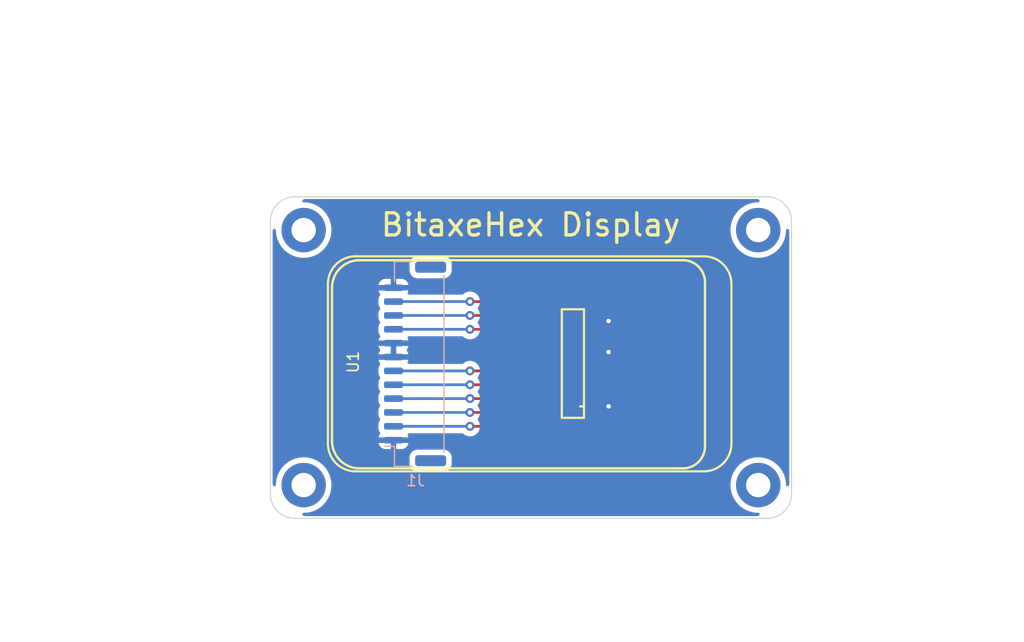
<source format=kicad_pcb>
(kicad_pcb (version 20221018) (generator pcbnew)
  (layers (0 "F.Cu" signal) (31 "B.Cu" signal) (34 "B.Paste" user) (35 "F.Paste" user) (36 "B.SilkS" user "B.Silkscreen") (37 "F.SilkS" user "F.Silkscreen") (38 "B.Mask" user) (39 "F.Mask" user) (44 "Edge.Cuts" user))
  (net 0 "")
  (net 1 "/GND")
  (net 2 "/TFT_RES")
  (net 3 "/TFT_SDA")
  (net 4 "/TFT_SCL")
  (net 5 "/TFT_CS")
  (net 6 "/TFT_DC")
  (net 7 "/3V3")
  (net 8 "/LEDA")
  (net 9 "/LEDK")
  (footprint "hex-display:4mm_mounting" (layer "F.Cu") (at 164.1 101.2)
    (fp_text reference "H4" hide)
    (fp_text value "MountingHole")
    (pad "" thru_hole circle (at -0.1 -0.2) (size 4 4) (drill 2.2) (layers "*.Cu" "*.Mask"))
  )
  (footprint "hex-display:4mm_mounting" (layer "F.Cu") (at 163.6 78.2)
    (fp_text reference "H2" hide)
    (fp_text value "MountingHole")
    (pad "" thru_hole circle (at 0.4 -0.2) (size 4 4) (drill 2.2) (layers "*.Cu" "*.Mask"))
  )
  (footprint "hex-display:ST7789-176x320" (layer "F.Cu") (at 172.954 65.7238 90)
    (fp_text reference "U1" (at -24.1808 -45.4914 90) (layer "F.SilkS"))
    (fp_text value "176x320_st7789")
    (fp_line (start -34.037171 -45.266898) (end -34.037171 -13.872368) (stroke (width 0.2)) (layer "F.SilkS"))
    (fp_line (start -33.777396 -44.903545) (end -33.767396 -44.903545) (stroke (width 0.2)) (layer "F.SilkS"))
    (fp_line (start -33.777396 -15.753545) (end -33.777396 -44.903545) (stroke (width 0.2)) (layer "F.SilkS"))
    (fp_line (start -33.767396 -44.903545) (end -33.767396 -15.753545) (stroke (width 0.2)) (layer "F.SilkS"))
    (fp_line (start -33.767396 -15.753545) (end -33.777396 -15.753545) (stroke (width 0.2)) (layer "F.SilkS"))
    (fp_line (start -31.777396 -13.763545) (end -31.777396 -13.753545) (stroke (width 0.2)) (layer "F.SilkS"))
    (fp_line (start -31.777396 -13.763545) (end -16.987396 -13.763545) (stroke (width 0.2)) (layer "F.SilkS"))
    (fp_line (start -31.537171 -11.372368) (end -17.142587 -11.372368) (stroke (width 0.2)) (layer "F.SilkS"))
    (fp_line (start -31.277396 -47.403545) (end -31.277396 -47.393545) (stroke (width 0.2)) (layer "F.SilkS"))
    (fp_line (start -31.277396 -47.403545) (end -17.487396 -47.403545) (stroke (width 0.2)) (layer "F.SilkS"))
    (fp_line (start -29.21 -26.67) (end -29.21 -24.670249) (stroke (width 0.2)) (layer "F.SilkS"))
    (fp_line (start -29.21 -26.67) (end -19.420894 -26.67) (stroke (width 0.2)) (layer "F.SilkS"))
    (fp_line (start -29.21 -24.670249) (end -19.420894 -24.670249) (stroke (width 0.2)) (layer "F.SilkS"))
    (fp_line (start -28.177164 -24.670249) (end -28.177164 -25.018381) (stroke (width 0.2)) (layer "F.SilkS"))
    (fp_line (start -19.420894 -26.67) (end -19.420894 -24.670249) (stroke (width 0.2)) (layer "F.SilkS"))
    (fp_line (start -17.487396 -47.403545) (end -17.487396 -47.393545) (stroke (width 0.2)) (layer "F.SilkS"))
    (fp_line (start -17.487396 -47.393545) (end -31.277396 -47.393545) (stroke (width 0.2)) (layer "F.SilkS"))
    (fp_line (start -17.142587 -47.766898) (end -31.537171 -47.766898) (stroke (width 0.2)) (layer "F.SilkS"))
    (fp_line (start -16.987396 -13.763545) (end -16.987396 -13.753545) (stroke (width 0.2)) (layer "F.SilkS"))
    (fp_line (start -16.987396 -13.753545) (end -31.777396 -13.753545) (stroke (width 0.2)) (layer "F.SilkS"))
    (fp_line (start -14.997396 -15.753545) (end -14.997396 -44.903545) (stroke (width 0.2)) (layer "F.SilkS"))
    (fp_line (start -14.997396 -15.753545) (end -14.987396 -15.753545) (stroke (width 0.2)) (layer "F.SilkS"))
    (fp_line (start -14.987396 -44.903545) (end -14.997396 -44.903545) (stroke (width 0.2)) (layer "F.SilkS"))
    (fp_line (start -14.987396 -44.903545) (end -14.987396 -15.753545) (stroke (width 0.2)) (layer "F.SilkS"))
    (fp_line (start -14.642587 -13.872368) (end -14.642587 -45.266898) (stroke (width 0.2)) (layer "F.SilkS"))
    (fp_arc (start -34.037171 -45.266898) (mid -33.304938 -47.034665) (end -31.537171 -47.766898) (stroke (width 0.2)) (layer "F.SilkS"))
    (fp_arc (start -33.777395 -44.903545) (mid -33.045162 -46.671311) (end -31.277396 -47.403544) (stroke (width 0.2)) (layer "F.SilkS"))
    (fp_arc (start -33.767395 -44.903545) (mid -33.038091 -46.66424) (end -31.277396 -47.393544) (stroke (width 0.2)) (layer "F.SilkS"))
    (fp_arc (start -31.777396 -13.763545) (mid -33.184538 -14.346403) (end -33.767396 -15.753545) (stroke (width 0.2)) (layer "F.SilkS"))
    (fp_arc (start -31.777396 -13.753545) (mid -33.19161 -14.339331) (end -33.777396 -15.753545) (stroke (width 0.2)) (layer "F.SilkS"))
    (fp_arc (start -31.537171 -11.372368) (mid -33.304938 -12.104601) (end -34.037171 -13.872368) (stroke (width 0.2)) (layer "F.SilkS"))
    (fp_arc (start -17.487396 -47.403545) (mid -15.719629 -46.671312) (end -14.987396 -44.903545) (stroke (width 0.2)) (layer "F.SilkS"))
    (fp_arc (start -17.487396 -47.393545) (mid -15.7267 -46.664241) (end -14.997396 -44.903545) (stroke (width 0.2)) (layer "F.SilkS"))
    (fp_arc (start -17.142587 -47.766898) (mid -15.37482 -47.034665) (end -14.642587 -45.266898) (stroke (width 0.2)) (layer "F.SilkS"))
    (fp_arc (start -14.997396 -15.753545) (mid -15.580254 -14.346403) (end -16.987396 -13.763545) (stroke (width 0.2)) (layer "F.SilkS"))
    (fp_arc (start -14.987396 -15.753545) (mid -15.573182 -14.339331) (end -16.987396 -13.753545) (stroke (width 0.2)) (layer "F.SilkS"))
    (fp_arc (start -14.642587 -13.872368) (mid -15.37482 -12.104601) (end -17.142587 -11.372368) (stroke (width 0.2)) (layer "F.SilkS"))
    (pad "1" smd rect (at -20.4762 -25.654 270) (size 0.35 3) (layers "F.Cu" "F.Paste" "F.Mask") (net 1 "/GND"))
    (pad "2" smd rect (at -21.1762 -25.654 270) (size 0.35 3) (layers "F.Cu" "F.Paste" "F.Mask") (net 9 "/LEDK"))
    (pad "3" smd rect (at -21.8762 -25.654 270) (size 0.35 3) (layers "F.Cu" "F.Paste" "F.Mask") (net 8 "/LEDA"))
    (pad "4" smd rect (at -22.5762 -25.654 270) (size 0.35 3) (layers "F.Cu" "F.Paste" "F.Mask") (net 7 "/3V3"))
    (pad "5" smd rect (at -23.2762 -25.654 270) (size 0.35 3) (layers "F.Cu" "F.Paste" "F.Mask") (net 1 "/GND"))
    (pad "6" smd rect (at -23.9762 -25.654 270) (size 0.35 3) (layers "F.Cu" "F.Paste" "F.Mask") (net 1 "/GND"))
    (pad "7" smd rect (at -24.6762 -25.654 270) (size 0.35 3) (layers "F.Cu" "F.Paste" "F.Mask") (net 6 "/TFT_DC"))
    (pad "8" smd rect (at -25.3762 -25.654 270) (size 0.35 3) (layers "F.Cu" "F.Paste" "F.Mask") (net 5 "/TFT_CS"))
    (pad "9" smd rect (at -26.0762 -25.654 270) (size 0.35 3) (layers "F.Cu" "F.Paste" "F.Mask") (net 4 "/TFT_SCL"))
    (pad "10" smd rect (at -26.7762 -25.654 270) (size 0.35 3) (layers "F.Cu" "F.Paste" "F.Mask") (net 3 "/TFT_SDA"))
    (pad "11" smd rect (at -27.4762 -25.654 270) (size 0.35 3) (layers "F.Cu" "F.Paste" "F.Mask") (net 2 "/TFT_RES"))
    (pad "12" smd rect (at -28.1762 -25.654 270) (size 0.35 3) (layers "F.Cu" "F.Paste" "F.Mask") (net 1 "/GND"))
  )
  (footprint "hex-display:4mm_mounting" (layer "F.Cu") (at 123 78)
    (fp_text reference "H1" hide)
    (fp_text value "MountingHole")
    (pad "" thru_hole circle (at 0 0) (size 4 4) (drill 2.2) (layers "*.Cu" "*.Mask"))
  )
  (footprint "hex-display:4mm_mounting" (layer "F.Cu") (at 122.9 101)
    (fp_text reference "H3" hide)
    (fp_text value "MountingHole")
    (pad "" thru_hole circle (at 0.1 0) (size 4 4) (drill 2.2) (layers "*.Cu" "*.Mask"))
  )
  (footprint "Connector_JST:JST_GH_BM12B-GHS-TBT_1x12-1MP_P1.25mm_Vertical" (layer "B.Cu") (at 133.05 90.075 90)
    (fp_text reference "J1" (at -10.525 0.05 180) (layer "B.SilkS") (effects (justify mirror)))
    (fp_text value "Conn_01x12")
    (fp_line (start -9.235 -1.86) (end -7.435 -1.86) (stroke (width 0.12)) (layer "B.SilkS"))
    (fp_line (start -9.235 -0.26) (end -9.235 -1.86) (stroke (width 0.12)) (layer "B.SilkS"))
    (fp_line (start -7.965 2.61) (end 7.965 2.61) (stroke (width 0.12)) (layer "B.SilkS"))
    (fp_line (start -7.435 -1.86) (end -7.435 -2.8) (stroke (width 0.12)) (layer "B.SilkS"))
    (fp_line (start 9.235 -1.86) (end 7.435 -1.86) (stroke (width 0.12)) (layer "B.SilkS"))
    (fp_line (start 9.235 -0.26) (end 9.235 -1.86) (stroke (width 0.12)) (layer "B.SilkS"))
    (pad "1" smd roundrect (at -6.875 -1.95 90) (size 0.6 1.7) (layers "B.Cu" "B.Paste" "B.Mask") (net 1 "/GND"))
    (pad "2" smd roundrect (at -5.625 -1.95 90) (size 0.6 1.7) (layers "B.Cu" "B.Paste" "B.Mask") (net 2 "/TFT_RES"))
    (pad "3" smd roundrect (at -4.375 -1.95 90) (size 0.6 1.7) (layers "B.Cu" "B.Paste" "B.Mask") (net 3 "/TFT_SDA"))
    (pad "4" smd roundrect (at -3.125 -1.95 90) (size 0.6 1.7) (layers "B.Cu" "B.Paste" "B.Mask") (net 4 "/TFT_SCL"))
    (pad "5" smd roundrect (at -1.875 -1.95 90) (size 0.6 1.7) (layers "B.Cu" "B.Paste" "B.Mask") (net 5 "/TFT_CS"))
    (pad "6" smd roundrect (at -0.625 -1.95 90) (size 0.6 1.7) (layers "B.Cu" "B.Paste" "B.Mask") (net 6 "/TFT_DC"))
    (pad "7" smd roundrect (at 0.625 -1.95 90) (size 0.6 1.7) (layers "B.Cu" "B.Paste" "B.Mask") (net 1 "/GND"))
    (pad "8" smd roundrect (at 1.875 -1.95 90) (size 0.6 1.7) (layers "B.Cu" "B.Paste" "B.Mask") (net 1 "/GND"))
    (pad "9" smd roundrect (at 3.125 -1.95 90) (size 0.6 1.7) (layers "B.Cu" "B.Paste" "B.Mask") (net 7 "/3V3"))
    (pad "10" smd roundrect (at 4.375 -1.95 90) (size 0.6 1.7) (layers "B.Cu" "B.Paste" "B.Mask") (net 8 "/LEDA"))
    (pad "11" smd roundrect (at 5.625 -1.95 90) (size 0.6 1.7) (layers "B.Cu" "B.Paste" "B.Mask") (net 9 "/LEDK"))
    (pad "12" smd roundrect (at 6.875 -1.95 90) (size 0.6 1.7) (layers "B.Cu" "B.Paste" "B.Mask") (net 1 "/GND"))
    (pad "MP" smd roundrect (at -8.725 1.4 90) (size 1 2.8) (layers "B.Cu" "B.Paste" "B.Mask"))
    (pad "MP" smd roundrect (at 8.725 1.4 90) (size 1 2.8) (layers "B.Cu" "B.Paste" "B.Mask"))
  )
  (gr_line (start 122.2 75) (end 164.8 75) (stroke (width 0.1)) (layer "Edge.Cuts"))
  (gr_arc (start 122.2 104) (mid 120.644365 103.355635) (end 120 101.8) (stroke (width 0.1)) (layer "Edge.Cuts"))
  (gr_line (start 167 77.2) (end 167 101.8) (stroke (width 0.1)) (layer "Edge.Cuts"))
  (gr_arc (start 167 101.8) (mid 166.355635 103.355635) (end 164.8 104) (stroke (width 0.1)) (layer "Edge.Cuts"))
  (gr_arc (start 164.8 75) (mid 166.355635 75.644365) (end 167 77.2) (stroke (width 0.1)) (layer "Edge.Cuts"))
  (gr_arc (start 120 77.2) (mid 120.644365 75.644365) (end 122.2 75) (stroke (width 0.1)) (layer "Edge.Cuts"))
  (gr_line (start 164.8 104) (end 122.2 104) (stroke (width 0.1)) (layer "Edge.Cuts"))
  (gr_line (start 120 101.8) (end 120 77.2) (stroke (width 0.1)) (layer "Edge.Cuts"))
  (gr_text "BitaxeHex Display" (at 129.8 78.7) (layer "F.SilkS") (effects (font (size 2 2) (thickness 0.3)) (justify left bottom)))
  (segment (start 147.3 89) (end 150.5 89) (width 0.25) (layer "F.Cu") (net 1))
  (segment (start 149.8 89.7) (end 150.5 89) (width 0.25) (layer "F.Cu") (net 1))
  (segment (start 147.3 93.9) (end 150.5 93.9) (width 0.25) (layer "F.Cu") (net 1))
  (segment (start 147.3 89.7) (end 149.8 89.7) (width 0.25) (layer "F.Cu") (net 1))
  (segment (start 147.3 86.2) (end 150.5 86.2) (width 0.25) (layer "F.Cu") (net 1))
  (via (at 150.5 86.2) (size 0.8) (drill 0.4) (layers "F.Cu" "B.Cu") (net 1))
  (via (at 150.5 93.9) (size 0.8) (drill 0.4) (layers "F.Cu" "B.Cu") (net 1))
  (via (at 150.5 89) (size 0.8) (drill 0.4) (layers "F.Cu" "B.Cu") (net 1))
  (segment (start 142 93.2) (end 139.5 95.7) (width 0.25) (layer "F.Cu") (net 2))
  (segment (start 139.5 95.7) (end 138 95.7) (width 0.25) (layer "F.Cu") (net 2))
  (segment (start 147.3 93.2) (end 142 93.2) (width 0.25) (layer "F.Cu") (net 2))
  (via (at 138 95.7) (size 0.8) (drill 0.4) (layers "F.Cu" "B.Cu") (net 2))
  (segment (start 131.1 95.7) (end 138 95.7) (width 0.25) (layer "B.Cu") (net 2))
  (segment (start 141.5 92.5) (end 139.55 94.45) (width 0.25) (layer "F.Cu") (net 3))
  (segment (start 139.55 94.45) (end 138 94.45) (width 0.25) (layer "F.Cu") (net 3))
  (segment (start 147.3 92.5) (end 141.5 92.5) (width 0.25) (layer "F.Cu") (net 3))
  (via (at 138 94.45) (size 0.8) (drill 0.4) (layers "F.Cu" "B.Cu") (net 3))
  (segment (start 131.1 94.45) (end 138 94.45) (width 0.25) (layer "B.Cu") (net 3))
  (segment (start 147.3 91.8) (end 140.8 91.8) (width 0.25) (layer "F.Cu") (net 4))
  (segment (start 139.4 93.2) (end 138 93.2) (width 0.25) (layer "F.Cu") (net 4))
  (segment (start 140.8 91.8) (end 139.4 93.2) (width 0.25) (layer "F.Cu") (net 4))
  (via (at 138 93.2) (size 0.8) (drill 0.4) (layers "F.Cu" "B.Cu") (net 4))
  (segment (start 131.1 93.2) (end 138 93.2) (width 0.25) (layer "B.Cu") (net 4))
  (segment (start 140.2 91.1) (end 139.35 91.95) (width 0.25) (layer "F.Cu") (net 5))
  (segment (start 147.3 91.1) (end 140.2 91.1) (width 0.25) (layer "F.Cu") (net 5))
  (segment (start 139.35 91.95) (end 138 91.95) (width 0.25) (layer "F.Cu") (net 5))
  (via (at 138 91.95) (size 0.8) (drill 0.4) (layers "F.Cu" "B.Cu") (net 5))
  (segment (start 131.1 91.95) (end 138 91.95) (width 0.25) (layer "B.Cu") (net 5))
  (segment (start 139.7 90.4) (end 139.4 90.7) (width 0.25) (layer "F.Cu") (net 6))
  (segment (start 139.4 90.7) (end 138 90.7) (width 0.25) (layer "F.Cu") (net 6))
  (segment (start 147.3 90.4) (end 139.7 90.4) (width 0.25) (layer "F.Cu") (net 6))
  (via (at 138 90.7) (size 0.8) (drill 0.4) (layers "F.Cu" "B.Cu") (net 6))
  (segment (start 131.1 90.7) (end 138 90.7) (width 0.25) (layer "B.Cu") (net 6))
  (segment (start 138.925 86.95) (end 138 86.95) (width 0.25) (layer "F.Cu") (net 7))
  (segment (start 140.275 88.3) (end 138.925 86.95) (width 0.25) (layer "F.Cu") (net 7))
  (segment (start 147.3 88.3) (end 140.275 88.3) (width 0.25) (layer "F.Cu") (net 7))
  (via (at 138 86.95) (size 0.8) (drill 0.4) (layers "F.Cu" "B.Cu") (net 7))
  (segment (start 131.1 86.95) (end 138 86.95) (width 0.25) (layer "B.Cu") (net 7))
  (segment (start 139.15 85.7) (end 138 85.7) (width 0.25) (layer "F.Cu") (net 8))
  (segment (start 147.3 87.6) (end 141.05 87.6) (width 0.25) (layer "F.Cu") (net 8))
  (segment (start 141.05 87.6) (end 139.15 85.7) (width 0.25) (layer "F.Cu") (net 8))
  (via (at 138 85.7) (size 0.8) (drill 0.4) (layers "F.Cu" "B.Cu") (net 8))
  (segment (start 131.1 85.7) (end 138 85.7) (width 0.25) (layer "B.Cu") (net 8))
  (segment (start 147.3 86.9) (end 141.8 86.9) (width 0.25) (layer "F.Cu") (net 9))
  (segment (start 139.35 84.45) (end 138 84.45) (width 0.25) (layer "F.Cu") (net 9))
  (segment (start 141.8 86.9) (end 139.35 84.45) (width 0.25) (layer "F.Cu") (net 9))
  (via (at 138 84.45) (size 0.8) (drill 0.4) (layers "F.Cu" "B.Cu") (net 9))
  (segment (start 131.1 84.45) (end 138 84.45) (width 0.25) (layer "B.Cu") (net 9))
  (zone (net 1) (net_name "/GND") (layer "B.Cu") (connect_pads (clearance 0.5)) (min_thickness 0.25) (fill yes (thermal_gap 0.5) (thermal_bridge_width 0.5))
    (polygon (pts (xy 123 75.2) (xy 120.2 78) (xy 120.2 101) (xy 123 103.8) (xy 164 103.8) (xy 166.8 101) (xy 166.8 78) (xy 164 75.2)))
  )
)
</source>
